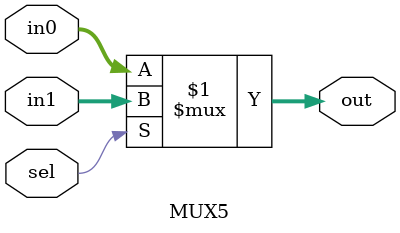
<source format=v>
`timescale 1ns / 1ps
module MUX5(in0, in1, sel, out);
	input [4:0] in0;
	input [4:0] in1;
	input sel;
	output [4:0] out;
	assign out = (sel)?in1:in0;
endmodule

</source>
